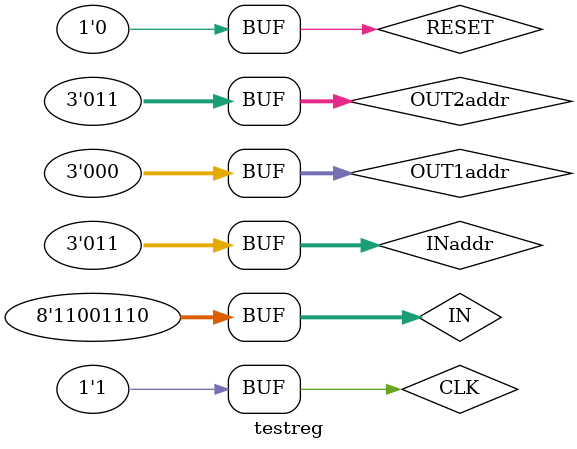
<source format=v>
module reg_file(IN, OUT1, OUT2, INaddr, OUT1addr, OUT2addr, CLK, RESET);

input[7:0] IN;
input[2:0] INaddr,OUT1addr,OUT2addr;
input wire RESET,CLK;
output reg [7:0] OUT1,OUT2;

reg[7:0] R0,R1,R2,R3,R4,R5,R6,R7;
 initial begin
  R0 = 8'b00000000;
  R1 = 8'b00000000;
  R2 = 8'b00000000;
  R3 = 8'b00000000;
  R4 = 8'b00000000;
  R5 = 8'b00000000;
  R6 = 8'b00000000;
  R7 = 8'b00000000;
end
always @(posedge RESET) begin
  R0 = 8'b00000000;
  R1 = 8'b00000000;
  R2 = 8'b00000000;
  R3 = 8'b00000000;
  R4 = 8'b00000000;
  R5 = 8'b00000000;
  R6 = 8'b00000000;
  R7 = 8'b00000000;
end


always @(negedge CLK) begin
   case(INaddr)
    3'b000:R0=IN;
    3'b001:R1=IN;
    3'b010:R2=IN;
    3'b011:R3=IN;
    3'b100:R4=IN;
    3'b101:R5=IN;
    3'b110:R6=IN;
    3'b111:R7=IN;
   endcase
end


always @(posedge CLK) begin
   case(OUT1addr)
    3'b000:OUT1=R0;
    3'b001:OUT1=R1;
    3'b010:OUT1=R2;
    3'b011:OUT1=R3;
    3'b100:OUT1=R4;
    3'b101:OUT1=R5;
    3'b110:OUT1=R6;
    3'b111:OUT1=R7;
   endcase

   case(OUT2addr)
    3'b000:OUT2=R0;
    3'b001:OUT2=R1;
    3'b010:OUT2=R2;
    3'b011:OUT2=R3;
    3'b100:OUT2=R4;
    3'b101:OUT2=R5;
    3'b110:OUT2=R6;
    3'b111:OUT2=R7;
   endcase
end
endmodule

module testreg;
 reg[7:0] IN;
 reg[2:0] INaddr,OUT1addr,OUT2addr;
 reg RESET,CLK;
 wire [7:0] OUT1,OUT2;

  reg_file register (IN, OUT1, OUT2, INaddr, OUT1addr, OUT2addr, CLK, RESET);
  
  initial begin
    RESET = 1'b0;
    INaddr = 3'b000;OUT1addr= 3'b000;OUT2addr= 3'b010;IN= 8'b11001100;
    #5
    $monitor(" IN = %b, OUT1= %b, OUT2= %b,INaddr= %b,OUT1addr= %b,OUT2addr= %b,CLK= %b,RESET= %b, ",IN, OUT1, OUT2, INaddr, OUT1addr, OUT2addr, CLK, RESET);
    CLK =1'b1;
    #5;
    CLK =1'b0;
    #5;
    CLK =1'b1;
    #5;
    INaddr = 3'b011;OUT1addr= 3'b000;OUT2addr= 3'b011;IN= 8'b11001110;
    #5
    CLK =1'b0;
    #5
    CLK =1'b1;
 end
endmodule

</source>
